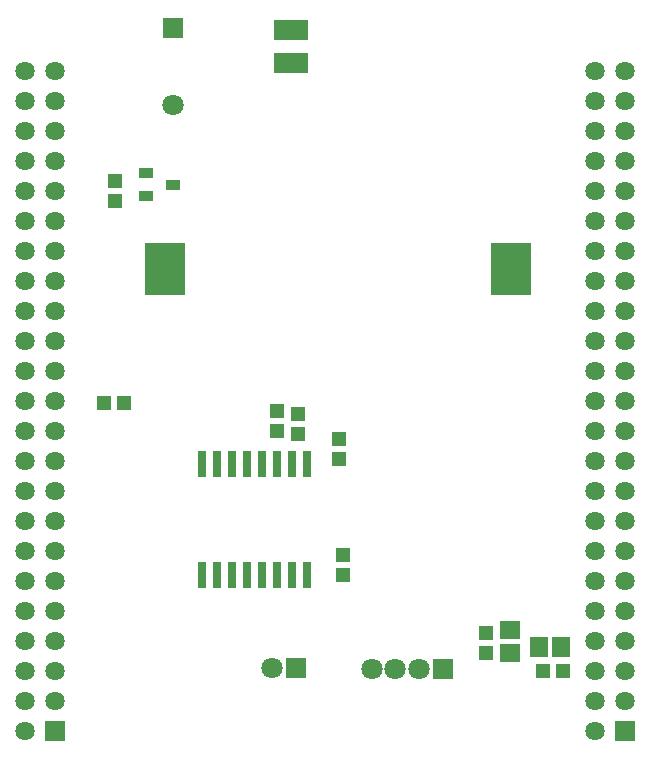
<source format=gbr>
G04 DipTrace 3.0.0.1*
G04 TopMask.gbr*
%MOMM*%
G04 #@! TF.FileFunction,Soldermask,Top*
G04 #@! TF.Part,Single*
%AMOUTLINE0*5,1,4,0,0,2.30517,-135.0*%
%ADD32C,1.63*%
%ADD40R,0.8X2.2*%
%ADD44R,1.25X0.85*%
%ADD46C,1.8*%
%ADD48R,1.8X1.8*%
%ADD50R,3.4X4.4*%
%ADD52R,2.9X1.8*%
%ADD54R,1.3X1.2*%
%ADD56R,1.7X1.5*%
%ADD58R,1.5X1.7*%
%ADD60R,1.2X1.3*%
%ADD68OUTLINE0*%
%FSLAX35Y35*%
G04*
G71*
G90*
G75*
G01*
G04 TopMask*
%LPD*%
D60*
X2472000Y4596667D3*
Y4766667D3*
D58*
X4879667Y2767333D3*
X4689667D3*
D56*
X4448333Y2719667D3*
Y2909667D3*
D60*
X4241333Y2713000D3*
Y2883000D3*
D54*
X4890333Y2563333D3*
X4720333D3*
D52*
X2586667Y7988333D3*
Y7708333D3*
D50*
X1523000Y5965333D3*
X4453000D3*
D48*
X2633333Y2588333D3*
D46*
X2433333D3*
D48*
X3874000Y2583333D3*
D46*
X3674000D3*
X3474000D3*
X3274000D3*
D48*
X1589000Y8007667D3*
D46*
Y7357667D3*
D44*
X1364000Y6778000D3*
Y6588000D3*
X1594000Y6683000D3*
D60*
X3029000Y3378667D3*
Y3548667D3*
X3000333Y4357333D3*
Y4527333D3*
X2651000Y4567667D3*
Y4737667D3*
D54*
X1005667Y4833000D3*
X1175667D3*
D60*
X1102667Y6541667D3*
Y6711667D3*
D68*
X594333Y2055000D3*
D32*
X340333D3*
X594333Y2309000D3*
X340333D3*
X594333Y2563000D3*
X340333D3*
X594333Y2817000D3*
X340333D3*
X594333Y3071000D3*
X340333D3*
X594333Y3325000D3*
X340333D3*
X594333Y3579000D3*
X340333D3*
X594333Y3833000D3*
X340333D3*
X594333Y4087000D3*
X340333D3*
X594333Y4341000D3*
X340333D3*
X594333Y4595000D3*
X340333D3*
X594333Y4849000D3*
X340333D3*
X594333Y5103000D3*
X340333D3*
X594333Y5357000D3*
X340333D3*
X594333Y5611000D3*
X340333D3*
X594333Y5865000D3*
X340333D3*
X594333Y6119000D3*
X340333D3*
X594333Y6373000D3*
X340333D3*
X594333Y6627000D3*
X340333D3*
X594333Y6881000D3*
X340333D3*
X594333Y7135000D3*
X340333D3*
X594333Y7389000D3*
X340333D3*
X594333Y7643000D3*
X340333D3*
D68*
X5420333Y2055000D3*
D32*
X5166333D3*
X5420333Y2309000D3*
X5166333D3*
X5420333Y2563000D3*
X5166333D3*
X5420333Y2817000D3*
X5166333D3*
X5420333Y3071000D3*
X5166333D3*
X5420333Y3325000D3*
X5166333D3*
X5420333Y3579000D3*
X5166333D3*
X5420333Y3833000D3*
X5166333D3*
X5420333Y4087000D3*
X5166333D3*
X5420333Y4341000D3*
X5166333D3*
X5420333Y4595000D3*
X5166333D3*
X5420333Y4849000D3*
X5166333D3*
X5420333Y5103000D3*
X5166333D3*
X5420333Y5357000D3*
X5166333D3*
X5420333Y5611000D3*
X5166333D3*
X5420333Y5865000D3*
X5166333D3*
X5420333Y6119000D3*
X5166333D3*
X5420333Y6373000D3*
X5166333D3*
X5420333Y6627000D3*
X5166333D3*
X5420333Y6881000D3*
X5166333D3*
X5420333Y7135000D3*
X5166333D3*
X5420333Y7389000D3*
X5166333D3*
X5420333Y7643000D3*
X5166333D3*
D40*
X2722000Y4317000D3*
X2595000D3*
X2468000D3*
X2341000D3*
X2214000D3*
X2087000D3*
X1960000D3*
X1833000D3*
Y3377000D3*
X1960000D3*
X2087000D3*
X2214000D3*
X2341000D3*
X2468000D3*
X2595000D3*
X2722000D3*
M02*

</source>
